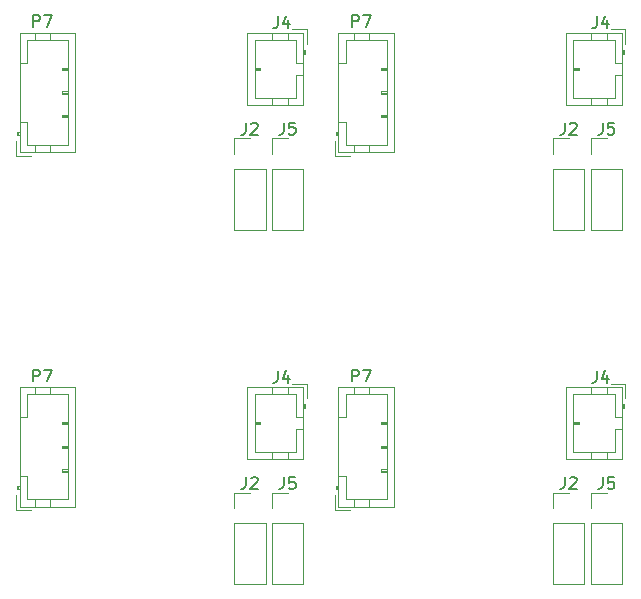
<source format=gto>
%MOIN*%
%OFA0B0*%
%FSLAX46Y46*%
%IPPOS*%
%LPD*%
%ADD10C,0.0039370078740157488*%
%ADD11C,0.0047244094488188976*%
%ADD12C,0.005905511811023622*%
%ADD23C,0.0039370078740157488*%
%ADD24C,0.0047244094488188976*%
%ADD25C,0.005905511811023622*%
%ADD26C,0.0039370078740157488*%
%ADD27C,0.0047244094488188976*%
%ADD28C,0.005905511811023622*%
%ADD29C,0.0039370078740157488*%
%ADD30C,0.0047244094488188976*%
%ADD31C,0.005905511811023622*%
G01G01*
D10*
D11*
X0000861023Y0000062598D02*
X0000965748Y0000062598D01*
X0000861023Y0000264960D02*
X0000861023Y0000062598D01*
X0000965748Y0000264960D02*
X0000965748Y0000062598D01*
X0000861023Y0000264960D02*
X0000965748Y0000264960D01*
X0000861023Y0000314960D02*
X0000861023Y0000367322D01*
X0000861023Y0000367322D02*
X0000913385Y0000367322D01*
X0000964566Y0000718503D02*
X0000779527Y0000718503D01*
X0000779527Y0000718503D02*
X0000779527Y0000478346D01*
X0000779527Y0000478346D02*
X0000964566Y0000478346D01*
X0000964566Y0000478346D02*
X0000964566Y0000718503D01*
X0000964566Y0000618110D02*
X0000940944Y0000618110D01*
X0000940944Y0000618110D02*
X0000940944Y0000694881D01*
X0000940944Y0000694881D02*
X0000803149Y0000694881D01*
X0000803149Y0000694881D02*
X0000803149Y0000501968D01*
X0000803149Y0000501968D02*
X0000940944Y0000501968D01*
X0000940944Y0000501968D02*
X0000940944Y0000578740D01*
X0000940944Y0000578740D02*
X0000964566Y0000578740D01*
X0000913385Y0000718503D02*
X0000913385Y0000694881D01*
X0000862204Y0000718503D02*
X0000862204Y0000694881D01*
X0000913385Y0000478346D02*
X0000913385Y0000501968D01*
X0000862204Y0000478346D02*
X0000862204Y0000501968D01*
X0000964566Y0000649606D02*
X0000972440Y0000649606D01*
X0000972440Y0000649606D02*
X0000972440Y0000661417D01*
X0000972440Y0000661417D02*
X0000964566Y0000661417D01*
X0000968503Y0000649606D02*
X0000968503Y0000661417D01*
X0000803149Y0000602362D02*
X0000822834Y0000602362D01*
X0000822834Y0000602362D02*
X0000822834Y0000594488D01*
X0000822834Y0000594488D02*
X0000803149Y0000594488D01*
X0000803149Y0000598425D02*
X0000822834Y0000598425D01*
X0000976377Y0000681102D02*
X0000976377Y0000730314D01*
X0000976377Y0000730314D02*
X0000927165Y0000730314D01*
X0000735039Y0000062598D02*
X0000839763Y0000062598D01*
X0000735039Y0000264960D02*
X0000735039Y0000062598D01*
X0000839763Y0000264960D02*
X0000839763Y0000062598D01*
X0000735039Y0000264960D02*
X0000839763Y0000264960D01*
X0000735039Y0000314960D02*
X0000735039Y0000367322D01*
X0000735039Y0000367322D02*
X0000787401Y0000367322D01*
X0000019685Y0000320866D02*
X0000204724Y0000320866D01*
X0000204724Y0000320866D02*
X0000204724Y0000718503D01*
X0000204724Y0000718503D02*
X0000019685Y0000718503D01*
X0000019685Y0000718503D02*
X0000019685Y0000320866D01*
X0000019685Y0000421259D02*
X0000043307Y0000421259D01*
X0000043307Y0000421259D02*
X0000043307Y0000344488D01*
X0000043307Y0000344488D02*
X0000181102Y0000344488D01*
X0000181102Y0000344488D02*
X0000181102Y0000694881D01*
X0000181102Y0000694881D02*
X0000043307Y0000694881D01*
X0000043307Y0000694881D02*
X0000043307Y0000618110D01*
X0000043307Y0000618110D02*
X0000019685Y0000618110D01*
X0000070866Y0000320866D02*
X0000070866Y0000344488D01*
X0000122047Y0000320866D02*
X0000122047Y0000344488D01*
X0000070866Y0000718503D02*
X0000070866Y0000694881D01*
X0000122047Y0000718503D02*
X0000122047Y0000694881D01*
X0000019685Y0000389763D02*
X0000011810Y0000389763D01*
X0000011810Y0000389763D02*
X0000011810Y0000377952D01*
X0000011810Y0000377952D02*
X0000019685Y0000377952D01*
X0000015748Y0000389763D02*
X0000015748Y0000377952D01*
X0000181102Y0000437007D02*
X0000161417Y0000437007D01*
X0000161417Y0000437007D02*
X0000161417Y0000444881D01*
X0000161417Y0000444881D02*
X0000181102Y0000444881D01*
X0000181102Y0000440944D02*
X0000161417Y0000440944D01*
X0000181102Y0000515747D02*
X0000161417Y0000515747D01*
X0000161417Y0000515747D02*
X0000161417Y0000523622D01*
X0000161417Y0000523622D02*
X0000181102Y0000523622D01*
X0000181102Y0000519685D02*
X0000161417Y0000519685D01*
X0000181102Y0000594488D02*
X0000161417Y0000594488D01*
X0000161417Y0000594488D02*
X0000161417Y0000602362D01*
X0000161417Y0000602362D02*
X0000181102Y0000602362D01*
X0000181102Y0000598425D02*
X0000161417Y0000598425D01*
X0000007874Y0000358267D02*
X0000007874Y0000309055D01*
X0000007874Y0000309055D02*
X0000057086Y0000309055D01*
D12*
X0000900262Y0000419197D02*
X0000900262Y0000391076D01*
X0000898387Y0000385451D01*
X0000894638Y0000381702D01*
X0000889013Y0000379827D01*
X0000885264Y0000379827D01*
X0000937757Y0000419197D02*
X0000919010Y0000419197D01*
X0000917135Y0000400449D01*
X0000919010Y0000402324D01*
X0000922759Y0000404199D01*
X0000932133Y0000404199D01*
X0000935883Y0000402324D01*
X0000937757Y0000400449D01*
X0000939632Y0000396700D01*
X0000939632Y0000387326D01*
X0000937757Y0000383577D01*
X0000935883Y0000381702D01*
X0000932133Y0000379827D01*
X0000922759Y0000379827D01*
X0000919010Y0000381702D01*
X0000917135Y0000383577D01*
X0000880577Y0000773528D02*
X0000880577Y0000745406D01*
X0000878702Y0000739782D01*
X0000874953Y0000736032D01*
X0000869328Y0000734158D01*
X0000865579Y0000734158D01*
X0000916197Y0000760404D02*
X0000916197Y0000734158D01*
X0000906824Y0000775403D02*
X0000897450Y0000747281D01*
X0000921822Y0000747281D01*
X0000774278Y0000419197D02*
X0000774278Y0000391076D01*
X0000772403Y0000385451D01*
X0000768653Y0000381702D01*
X0000763029Y0000379827D01*
X0000759280Y0000379827D01*
X0000791151Y0000415448D02*
X0000793025Y0000417322D01*
X0000796775Y0000419197D01*
X0000806149Y0000419197D01*
X0000809898Y0000417322D01*
X0000811773Y0000415448D01*
X0000813648Y0000411698D01*
X0000813648Y0000407948D01*
X0000811773Y0000402324D01*
X0000789276Y0000379827D01*
X0000813648Y0000379827D01*
X0000065429Y0000738095D02*
X0000065429Y0000777465D01*
X0000080427Y0000777465D01*
X0000084177Y0000775590D01*
X0000086051Y0000773715D01*
X0000087926Y0000769966D01*
X0000087926Y0000764341D01*
X0000086051Y0000760592D01*
X0000084177Y0000758717D01*
X0000080427Y0000756842D01*
X0000065429Y0000756842D01*
X0000101049Y0000777465D02*
X0000127296Y0000777465D01*
X0000110423Y0000738095D01*
G04 next file*
G04 #@! TF.FileFunction,Legend,Top*
G04 Gerber Fmt 4.6, Leading zero omitted, Abs format (unit mm)*
G04 Created by KiCad (PCBNEW 4.0.4-1.fc24-product) date Mon Apr 30 17:05:06 2018*
G01G01*
G04 APERTURE LIST*
G04 APERTURE END LIST*
D23*
D24*
X0001924015Y0000062598D02*
X0002028740Y0000062598D01*
X0001924015Y0000264960D02*
X0001924015Y0000062598D01*
X0002028740Y0000264960D02*
X0002028740Y0000062598D01*
X0001924015Y0000264960D02*
X0002028740Y0000264960D01*
X0001924015Y0000314960D02*
X0001924015Y0000367322D01*
X0001924015Y0000367322D02*
X0001976377Y0000367322D01*
X0002027559Y0000718503D02*
X0001842519Y0000718503D01*
X0001842519Y0000718503D02*
X0001842519Y0000478346D01*
X0001842519Y0000478346D02*
X0002027559Y0000478346D01*
X0002027559Y0000478346D02*
X0002027559Y0000718503D01*
X0002027559Y0000618110D02*
X0002003937Y0000618110D01*
X0002003937Y0000618110D02*
X0002003937Y0000694881D01*
X0002003937Y0000694881D02*
X0001866141Y0000694881D01*
X0001866141Y0000694881D02*
X0001866141Y0000501968D01*
X0001866141Y0000501968D02*
X0002003937Y0000501968D01*
X0002003937Y0000501968D02*
X0002003937Y0000578740D01*
X0002003937Y0000578740D02*
X0002027559Y0000578740D01*
X0001976377Y0000718503D02*
X0001976377Y0000694881D01*
X0001925196Y0000718503D02*
X0001925196Y0000694881D01*
X0001976377Y0000478346D02*
X0001976377Y0000501968D01*
X0001925196Y0000478346D02*
X0001925196Y0000501968D01*
X0002027559Y0000649606D02*
X0002035433Y0000649606D01*
X0002035433Y0000649606D02*
X0002035433Y0000661417D01*
X0002035433Y0000661417D02*
X0002027559Y0000661417D01*
X0002031496Y0000649606D02*
X0002031496Y0000661417D01*
X0001866141Y0000602362D02*
X0001885826Y0000602362D01*
X0001885826Y0000602362D02*
X0001885826Y0000594488D01*
X0001885826Y0000594488D02*
X0001866141Y0000594488D01*
X0001866141Y0000598425D02*
X0001885826Y0000598425D01*
X0002039370Y0000681102D02*
X0002039370Y0000730314D01*
X0002039370Y0000730314D02*
X0001990157Y0000730314D01*
X0001798031Y0000062598D02*
X0001902755Y0000062598D01*
X0001798031Y0000264960D02*
X0001798031Y0000062598D01*
X0001902755Y0000264960D02*
X0001902755Y0000062598D01*
X0001798031Y0000264960D02*
X0001902755Y0000264960D01*
X0001798031Y0000314960D02*
X0001798031Y0000367322D01*
X0001798031Y0000367322D02*
X0001850393Y0000367322D01*
X0001082677Y0000320866D02*
X0001267716Y0000320866D01*
X0001267716Y0000320866D02*
X0001267716Y0000718503D01*
X0001267716Y0000718503D02*
X0001082677Y0000718503D01*
X0001082677Y0000718503D02*
X0001082677Y0000320866D01*
X0001082677Y0000421259D02*
X0001106299Y0000421259D01*
X0001106299Y0000421259D02*
X0001106299Y0000344488D01*
X0001106299Y0000344488D02*
X0001244094Y0000344488D01*
X0001244094Y0000344488D02*
X0001244094Y0000694881D01*
X0001244094Y0000694881D02*
X0001106299Y0000694881D01*
X0001106299Y0000694881D02*
X0001106299Y0000618110D01*
X0001106299Y0000618110D02*
X0001082677Y0000618110D01*
X0001133858Y0000320866D02*
X0001133858Y0000344488D01*
X0001185039Y0000320866D02*
X0001185039Y0000344488D01*
X0001133858Y0000718503D02*
X0001133858Y0000694881D01*
X0001185039Y0000718503D02*
X0001185039Y0000694881D01*
X0001082677Y0000389763D02*
X0001074803Y0000389763D01*
X0001074803Y0000389763D02*
X0001074803Y0000377952D01*
X0001074803Y0000377952D02*
X0001082677Y0000377952D01*
X0001078740Y0000389763D02*
X0001078740Y0000377952D01*
X0001244094Y0000437007D02*
X0001224409Y0000437007D01*
X0001224409Y0000437007D02*
X0001224409Y0000444881D01*
X0001224409Y0000444881D02*
X0001244094Y0000444881D01*
X0001244094Y0000440944D02*
X0001224409Y0000440944D01*
X0001244094Y0000515747D02*
X0001224409Y0000515747D01*
X0001224409Y0000515747D02*
X0001224409Y0000523622D01*
X0001224409Y0000523622D02*
X0001244094Y0000523622D01*
X0001244094Y0000519685D02*
X0001224409Y0000519685D01*
X0001244094Y0000594488D02*
X0001224409Y0000594488D01*
X0001224409Y0000594488D02*
X0001224409Y0000602362D01*
X0001224409Y0000602362D02*
X0001244094Y0000602362D01*
X0001244094Y0000598425D02*
X0001224409Y0000598425D01*
X0001070866Y0000358267D02*
X0001070866Y0000309055D01*
X0001070866Y0000309055D02*
X0001120078Y0000309055D01*
D25*
X0001963254Y0000419197D02*
X0001963254Y0000391076D01*
X0001961379Y0000385451D01*
X0001957630Y0000381702D01*
X0001952005Y0000379827D01*
X0001948256Y0000379827D01*
X0002000749Y0000419197D02*
X0001982002Y0000419197D01*
X0001980127Y0000400449D01*
X0001982002Y0000402324D01*
X0001985751Y0000404199D01*
X0001995125Y0000404199D01*
X0001998875Y0000402324D01*
X0002000749Y0000400449D01*
X0002002624Y0000396700D01*
X0002002624Y0000387326D01*
X0002000749Y0000383577D01*
X0001998875Y0000381702D01*
X0001995125Y0000379827D01*
X0001985751Y0000379827D01*
X0001982002Y0000381702D01*
X0001980127Y0000383577D01*
X0001943569Y0000773528D02*
X0001943569Y0000745406D01*
X0001941694Y0000739782D01*
X0001937945Y0000736032D01*
X0001932320Y0000734158D01*
X0001928571Y0000734158D01*
X0001979190Y0000760404D02*
X0001979190Y0000734158D01*
X0001969816Y0000775403D02*
X0001960442Y0000747281D01*
X0001984814Y0000747281D01*
X0001837270Y0000419197D02*
X0001837270Y0000391076D01*
X0001835395Y0000385451D01*
X0001831646Y0000381702D01*
X0001826021Y0000379827D01*
X0001822272Y0000379827D01*
X0001854143Y0000415448D02*
X0001856017Y0000417322D01*
X0001859767Y0000419197D01*
X0001869141Y0000419197D01*
X0001872890Y0000417322D01*
X0001874765Y0000415448D01*
X0001876640Y0000411698D01*
X0001876640Y0000407948D01*
X0001874765Y0000402324D01*
X0001852268Y0000379827D01*
X0001876640Y0000379827D01*
X0001128421Y0000738095D02*
X0001128421Y0000777465D01*
X0001143419Y0000777465D01*
X0001147169Y0000775590D01*
X0001149043Y0000773715D01*
X0001150918Y0000769966D01*
X0001150918Y0000764341D01*
X0001149043Y0000760592D01*
X0001147169Y0000758717D01*
X0001143419Y0000756842D01*
X0001128421Y0000756842D01*
X0001164041Y0000777465D02*
X0001190288Y0000777465D01*
X0001173415Y0000738095D01*
G04 next file*
G04 #@! TF.FileFunction,Legend,Top*
G04 Gerber Fmt 4.6, Leading zero omitted, Abs format (unit mm)*
G04 Created by KiCad (PCBNEW 4.0.4-1.fc24-product) date Mon Apr 30 17:05:06 2018*
G01G01*
G04 APERTURE LIST*
G04 APERTURE END LIST*
D26*
D27*
X0000861023Y0001243700D02*
X0000965748Y0001243700D01*
X0000861023Y0001446062D02*
X0000861023Y0001243700D01*
X0000965748Y0001446062D02*
X0000965748Y0001243700D01*
X0000861023Y0001446062D02*
X0000965748Y0001446062D01*
X0000861023Y0001496062D02*
X0000861023Y0001548425D01*
X0000861023Y0001548425D02*
X0000913385Y0001548425D01*
X0000964566Y0001899606D02*
X0000779527Y0001899606D01*
X0000779527Y0001899606D02*
X0000779527Y0001659448D01*
X0000779527Y0001659448D02*
X0000964566Y0001659448D01*
X0000964566Y0001659448D02*
X0000964566Y0001899606D01*
X0000964566Y0001799212D02*
X0000940944Y0001799212D01*
X0000940944Y0001799212D02*
X0000940944Y0001875984D01*
X0000940944Y0001875984D02*
X0000803149Y0001875984D01*
X0000803149Y0001875984D02*
X0000803149Y0001683070D01*
X0000803149Y0001683070D02*
X0000940944Y0001683070D01*
X0000940944Y0001683070D02*
X0000940944Y0001759842D01*
X0000940944Y0001759842D02*
X0000964566Y0001759842D01*
X0000913385Y0001899606D02*
X0000913385Y0001875984D01*
X0000862204Y0001899606D02*
X0000862204Y0001875984D01*
X0000913385Y0001659448D02*
X0000913385Y0001683070D01*
X0000862204Y0001659448D02*
X0000862204Y0001683070D01*
X0000964566Y0001830708D02*
X0000972440Y0001830708D01*
X0000972440Y0001830708D02*
X0000972440Y0001842519D01*
X0000972440Y0001842519D02*
X0000964566Y0001842519D01*
X0000968503Y0001830708D02*
X0000968503Y0001842519D01*
X0000803149Y0001783464D02*
X0000822834Y0001783464D01*
X0000822834Y0001783464D02*
X0000822834Y0001775590D01*
X0000822834Y0001775590D02*
X0000803149Y0001775590D01*
X0000803149Y0001779527D02*
X0000822834Y0001779527D01*
X0000976377Y0001862204D02*
X0000976377Y0001911417D01*
X0000976377Y0001911417D02*
X0000927165Y0001911417D01*
X0000735039Y0001243700D02*
X0000839763Y0001243700D01*
X0000735039Y0001446062D02*
X0000735039Y0001243700D01*
X0000839763Y0001446062D02*
X0000839763Y0001243700D01*
X0000735039Y0001446062D02*
X0000839763Y0001446062D01*
X0000735039Y0001496062D02*
X0000735039Y0001548425D01*
X0000735039Y0001548425D02*
X0000787401Y0001548425D01*
X0000019685Y0001501968D02*
X0000204724Y0001501968D01*
X0000204724Y0001501968D02*
X0000204724Y0001899606D01*
X0000204724Y0001899606D02*
X0000019685Y0001899606D01*
X0000019685Y0001899606D02*
X0000019685Y0001501968D01*
X0000019685Y0001602362D02*
X0000043307Y0001602362D01*
X0000043307Y0001602362D02*
X0000043307Y0001525590D01*
X0000043307Y0001525590D02*
X0000181102Y0001525590D01*
X0000181102Y0001525590D02*
X0000181102Y0001875984D01*
X0000181102Y0001875984D02*
X0000043307Y0001875984D01*
X0000043307Y0001875984D02*
X0000043307Y0001799212D01*
X0000043307Y0001799212D02*
X0000019685Y0001799212D01*
X0000070866Y0001501968D02*
X0000070866Y0001525590D01*
X0000122047Y0001501968D02*
X0000122047Y0001525590D01*
X0000070866Y0001899606D02*
X0000070866Y0001875984D01*
X0000122047Y0001899606D02*
X0000122047Y0001875984D01*
X0000019685Y0001570866D02*
X0000011810Y0001570866D01*
X0000011810Y0001570866D02*
X0000011810Y0001559055D01*
X0000011810Y0001559055D02*
X0000019685Y0001559055D01*
X0000015748Y0001570866D02*
X0000015748Y0001559055D01*
X0000181102Y0001618110D02*
X0000161417Y0001618110D01*
X0000161417Y0001618110D02*
X0000161417Y0001625984D01*
X0000161417Y0001625984D02*
X0000181102Y0001625984D01*
X0000181102Y0001622047D02*
X0000161417Y0001622047D01*
X0000181102Y0001696850D02*
X0000161417Y0001696850D01*
X0000161417Y0001696850D02*
X0000161417Y0001704724D01*
X0000161417Y0001704724D02*
X0000181102Y0001704724D01*
X0000181102Y0001700787D02*
X0000161417Y0001700787D01*
X0000181102Y0001775590D02*
X0000161417Y0001775590D01*
X0000161417Y0001775590D02*
X0000161417Y0001783464D01*
X0000161417Y0001783464D02*
X0000181102Y0001783464D01*
X0000181102Y0001779527D02*
X0000161417Y0001779527D01*
X0000007874Y0001539370D02*
X0000007874Y0001490157D01*
X0000007874Y0001490157D02*
X0000057086Y0001490157D01*
D28*
X0000900262Y0001600299D02*
X0000900262Y0001572178D01*
X0000898387Y0001566554D01*
X0000894638Y0001562804D01*
X0000889013Y0001560929D01*
X0000885264Y0001560929D01*
X0000937757Y0001600299D02*
X0000919010Y0001600299D01*
X0000917135Y0001581552D01*
X0000919010Y0001583427D01*
X0000922759Y0001585301D01*
X0000932133Y0001585301D01*
X0000935883Y0001583427D01*
X0000937757Y0001581552D01*
X0000939632Y0001577802D01*
X0000939632Y0001568428D01*
X0000937757Y0001564679D01*
X0000935883Y0001562804D01*
X0000932133Y0001560929D01*
X0000922759Y0001560929D01*
X0000919010Y0001562804D01*
X0000917135Y0001564679D01*
X0000880577Y0001954630D02*
X0000880577Y0001926509D01*
X0000878702Y0001920884D01*
X0000874953Y0001917135D01*
X0000869328Y0001915260D01*
X0000865579Y0001915260D01*
X0000916197Y0001941507D02*
X0000916197Y0001915260D01*
X0000906824Y0001956505D02*
X0000897450Y0001928383D01*
X0000921822Y0001928383D01*
X0000774278Y0001600299D02*
X0000774278Y0001572178D01*
X0000772403Y0001566554D01*
X0000768653Y0001562804D01*
X0000763029Y0001560929D01*
X0000759280Y0001560929D01*
X0000791151Y0001596550D02*
X0000793025Y0001598425D01*
X0000796775Y0001600299D01*
X0000806149Y0001600299D01*
X0000809898Y0001598425D01*
X0000811773Y0001596550D01*
X0000813648Y0001592800D01*
X0000813648Y0001589051D01*
X0000811773Y0001583427D01*
X0000789276Y0001560929D01*
X0000813648Y0001560929D01*
X0000065429Y0001919197D02*
X0000065429Y0001958567D01*
X0000080427Y0001958567D01*
X0000084177Y0001956692D01*
X0000086051Y0001954818D01*
X0000087926Y0001951068D01*
X0000087926Y0001945444D01*
X0000086051Y0001941694D01*
X0000084177Y0001939820D01*
X0000080427Y0001937945D01*
X0000065429Y0001937945D01*
X0000101049Y0001958567D02*
X0000127296Y0001958567D01*
X0000110423Y0001919197D01*
G04 next file*
G04 #@! TF.FileFunction,Legend,Top*
G04 Gerber Fmt 4.6, Leading zero omitted, Abs format (unit mm)*
G04 Created by KiCad (PCBNEW 4.0.4-1.fc24-product) date Mon Apr 30 17:05:06 2018*
G01G01*
G04 APERTURE LIST*
G04 APERTURE END LIST*
D29*
D30*
X0001924015Y0001243700D02*
X0002028740Y0001243700D01*
X0001924015Y0001446062D02*
X0001924015Y0001243700D01*
X0002028740Y0001446062D02*
X0002028740Y0001243700D01*
X0001924015Y0001446062D02*
X0002028740Y0001446062D01*
X0001924015Y0001496062D02*
X0001924015Y0001548425D01*
X0001924015Y0001548425D02*
X0001976377Y0001548425D01*
X0002027559Y0001899606D02*
X0001842519Y0001899606D01*
X0001842519Y0001899606D02*
X0001842519Y0001659448D01*
X0001842519Y0001659448D02*
X0002027559Y0001659448D01*
X0002027559Y0001659448D02*
X0002027559Y0001899606D01*
X0002027559Y0001799212D02*
X0002003937Y0001799212D01*
X0002003937Y0001799212D02*
X0002003937Y0001875984D01*
X0002003937Y0001875984D02*
X0001866141Y0001875984D01*
X0001866141Y0001875984D02*
X0001866141Y0001683070D01*
X0001866141Y0001683070D02*
X0002003937Y0001683070D01*
X0002003937Y0001683070D02*
X0002003937Y0001759842D01*
X0002003937Y0001759842D02*
X0002027559Y0001759842D01*
X0001976377Y0001899606D02*
X0001976377Y0001875984D01*
X0001925196Y0001899606D02*
X0001925196Y0001875984D01*
X0001976377Y0001659448D02*
X0001976377Y0001683070D01*
X0001925196Y0001659448D02*
X0001925196Y0001683070D01*
X0002027559Y0001830708D02*
X0002035433Y0001830708D01*
X0002035433Y0001830708D02*
X0002035433Y0001842519D01*
X0002035433Y0001842519D02*
X0002027559Y0001842519D01*
X0002031496Y0001830708D02*
X0002031496Y0001842519D01*
X0001866141Y0001783464D02*
X0001885826Y0001783464D01*
X0001885826Y0001783464D02*
X0001885826Y0001775590D01*
X0001885826Y0001775590D02*
X0001866141Y0001775590D01*
X0001866141Y0001779527D02*
X0001885826Y0001779527D01*
X0002039370Y0001862204D02*
X0002039370Y0001911417D01*
X0002039370Y0001911417D02*
X0001990157Y0001911417D01*
X0001798031Y0001243700D02*
X0001902755Y0001243700D01*
X0001798031Y0001446062D02*
X0001798031Y0001243700D01*
X0001902755Y0001446062D02*
X0001902755Y0001243700D01*
X0001798031Y0001446062D02*
X0001902755Y0001446062D01*
X0001798031Y0001496062D02*
X0001798031Y0001548425D01*
X0001798031Y0001548425D02*
X0001850393Y0001548425D01*
X0001082677Y0001501968D02*
X0001267716Y0001501968D01*
X0001267716Y0001501968D02*
X0001267716Y0001899606D01*
X0001267716Y0001899606D02*
X0001082677Y0001899606D01*
X0001082677Y0001899606D02*
X0001082677Y0001501968D01*
X0001082677Y0001602362D02*
X0001106299Y0001602362D01*
X0001106299Y0001602362D02*
X0001106299Y0001525590D01*
X0001106299Y0001525590D02*
X0001244094Y0001525590D01*
X0001244094Y0001525590D02*
X0001244094Y0001875984D01*
X0001244094Y0001875984D02*
X0001106299Y0001875984D01*
X0001106299Y0001875984D02*
X0001106299Y0001799212D01*
X0001106299Y0001799212D02*
X0001082677Y0001799212D01*
X0001133858Y0001501968D02*
X0001133858Y0001525590D01*
X0001185039Y0001501968D02*
X0001185039Y0001525590D01*
X0001133858Y0001899606D02*
X0001133858Y0001875984D01*
X0001185039Y0001899606D02*
X0001185039Y0001875984D01*
X0001082677Y0001570866D02*
X0001074803Y0001570866D01*
X0001074803Y0001570866D02*
X0001074803Y0001559055D01*
X0001074803Y0001559055D02*
X0001082677Y0001559055D01*
X0001078740Y0001570866D02*
X0001078740Y0001559055D01*
X0001244094Y0001618110D02*
X0001224409Y0001618110D01*
X0001224409Y0001618110D02*
X0001224409Y0001625984D01*
X0001224409Y0001625984D02*
X0001244094Y0001625984D01*
X0001244094Y0001622047D02*
X0001224409Y0001622047D01*
X0001244094Y0001696850D02*
X0001224409Y0001696850D01*
X0001224409Y0001696850D02*
X0001224409Y0001704724D01*
X0001224409Y0001704724D02*
X0001244094Y0001704724D01*
X0001244094Y0001700787D02*
X0001224409Y0001700787D01*
X0001244094Y0001775590D02*
X0001224409Y0001775590D01*
X0001224409Y0001775590D02*
X0001224409Y0001783464D01*
X0001224409Y0001783464D02*
X0001244094Y0001783464D01*
X0001244094Y0001779527D02*
X0001224409Y0001779527D01*
X0001070866Y0001539370D02*
X0001070866Y0001490157D01*
X0001070866Y0001490157D02*
X0001120078Y0001490157D01*
D31*
X0001963254Y0001600299D02*
X0001963254Y0001572178D01*
X0001961379Y0001566554D01*
X0001957630Y0001562804D01*
X0001952005Y0001560929D01*
X0001948256Y0001560929D01*
X0002000749Y0001600299D02*
X0001982002Y0001600299D01*
X0001980127Y0001581552D01*
X0001982002Y0001583427D01*
X0001985751Y0001585301D01*
X0001995125Y0001585301D01*
X0001998875Y0001583427D01*
X0002000749Y0001581552D01*
X0002002624Y0001577802D01*
X0002002624Y0001568428D01*
X0002000749Y0001564679D01*
X0001998875Y0001562804D01*
X0001995125Y0001560929D01*
X0001985751Y0001560929D01*
X0001982002Y0001562804D01*
X0001980127Y0001564679D01*
X0001943569Y0001954630D02*
X0001943569Y0001926509D01*
X0001941694Y0001920884D01*
X0001937945Y0001917135D01*
X0001932320Y0001915260D01*
X0001928571Y0001915260D01*
X0001979190Y0001941507D02*
X0001979190Y0001915260D01*
X0001969816Y0001956505D02*
X0001960442Y0001928383D01*
X0001984814Y0001928383D01*
X0001837270Y0001600299D02*
X0001837270Y0001572178D01*
X0001835395Y0001566554D01*
X0001831646Y0001562804D01*
X0001826021Y0001560929D01*
X0001822272Y0001560929D01*
X0001854143Y0001596550D02*
X0001856017Y0001598425D01*
X0001859767Y0001600299D01*
X0001869141Y0001600299D01*
X0001872890Y0001598425D01*
X0001874765Y0001596550D01*
X0001876640Y0001592800D01*
X0001876640Y0001589051D01*
X0001874765Y0001583427D01*
X0001852268Y0001560929D01*
X0001876640Y0001560929D01*
X0001128421Y0001919197D02*
X0001128421Y0001958567D01*
X0001143419Y0001958567D01*
X0001147169Y0001956692D01*
X0001149043Y0001954818D01*
X0001150918Y0001951068D01*
X0001150918Y0001945444D01*
X0001149043Y0001941694D01*
X0001147169Y0001939820D01*
X0001143419Y0001937945D01*
X0001128421Y0001937945D01*
X0001164041Y0001958567D02*
X0001190288Y0001958567D01*
X0001173415Y0001919197D01*
M02*
</source>
